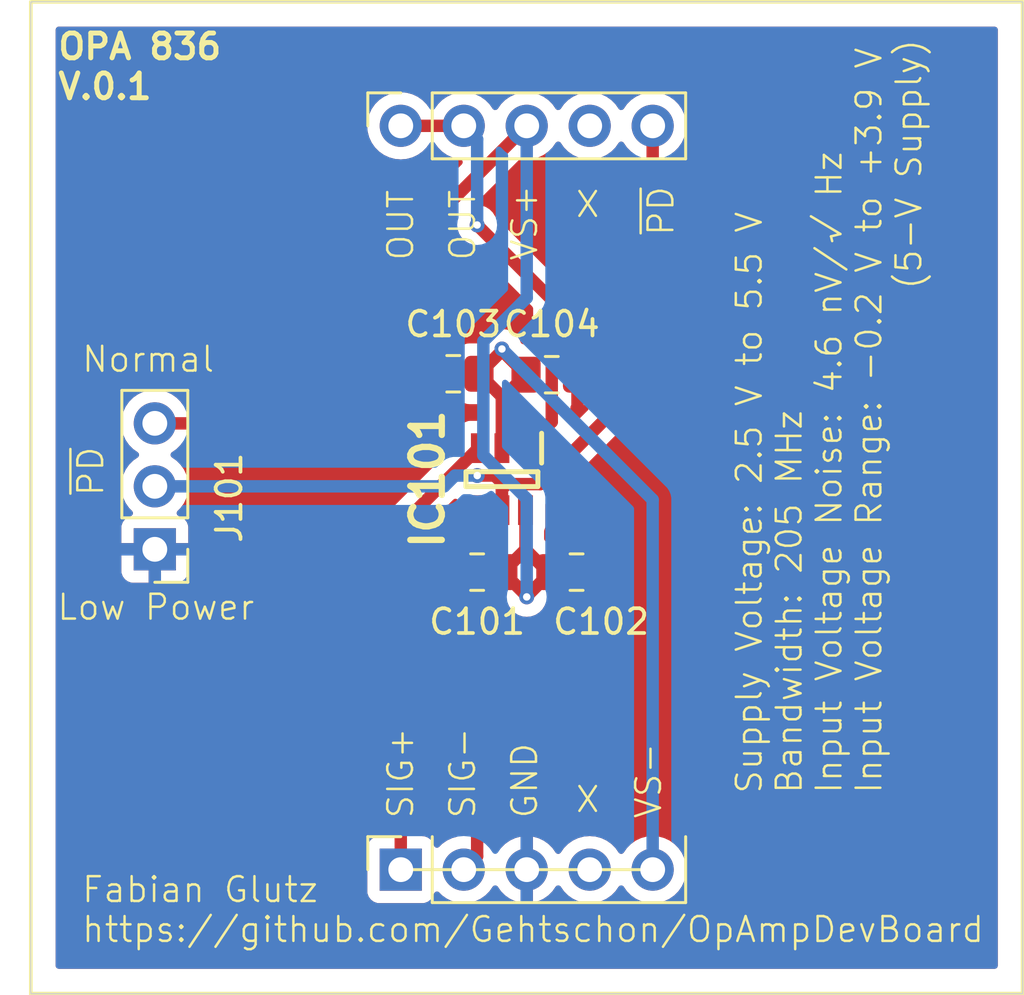
<source format=kicad_pcb>
(kicad_pcb (version 20240108) (generator "pcbnew") (generator_version "8.0")
  (layers (0 "F.Cu" signal) (31 "B.Cu" signal) (34 "B.Paste" user) (35 "F.Paste" user) (36 "B.SilkS" user "B.Silkscreen") (37 "F.SilkS" user "F.Silkscreen") (38 "B.Mask" user) (39 "F.Mask" user) (44 "Edge.Cuts" user))
  (net 0 "")
  (net 1 "GND")
  (net 2 "/VS+")
  (net 3 "/VS-")
  (net 4 "Net-(IC101-VIN-)")
  (net 5 "/OUT")
  (net 6 "/~{PD}")
  (net 7 "Net-(IC101-VIN+)")
  (footprint "Capacitor_SMD:C_0805_2012Metric_Pad1.18x1.45mm_HandSolder" (layer "F.Cu") (at 164 130)
    (property "Reference" "C101" (at 0 2 0) (layer "F.SilkS"))
    (property "Value" "2.2u")
    (fp_line (start -0.261252 -0.735) (end 0.261252 -0.735) (stroke (width 0.12)) (layer "F.SilkS"))
    (fp_line (start -0.261252 0.735) (end 0.261252 0.735) (stroke (width 0.12)) (layer "F.SilkS"))
    (pad "1" smd roundrect (at -1.0375 0) (size 1.175 1.45) (layers "F.Cu" "F.Paste" "F.Mask") (roundrect_rratio 0.212766) (net 1 "GND"))
    (pad "2" smd roundrect (at 1.0375 0) (size 1.175 1.45) (layers "F.Cu" "F.Paste" "F.Mask") (roundrect_rratio 0.212766) (net 2 "/VS+"))
  )
  (footprint "Capacitor_SMD:C_0805_2012Metric_Pad1.18x1.45mm_HandSolder" (layer "F.Cu") (at 168.01 130 180)
    (property "Reference" "C102" (at -0.99 -2 0) (layer "F.SilkS"))
    (property "Value" "0.1u")
    (fp_line (start -0.261252 0.735) (end 0.261252 0.735) (stroke (width 0.12)) (layer "F.SilkS"))
    (fp_line (start -0.261252 -0.735) (end 0.261252 -0.735) (stroke (width 0.12)) (layer "F.SilkS"))
    (pad "1" smd roundrect (at -1.0375 0 180) (size 1.175 1.45) (layers "F.Cu" "F.Paste" "F.Mask") (roundrect_rratio 0.212766) (net 1 "GND"))
    (pad "2" smd roundrect (at 1.0375 0 180) (size 1.175 1.45) (layers "F.Cu" "F.Paste" "F.Mask") (roundrect_rratio 0.212766) (net 2 "/VS+"))
  )
  (footprint "OpAmpDevBoard_Mouser:SOT95P280X145-6N" (layer "F.Cu") (at 165 126.25 -90)
    (property "Reference" "IC101" (at 0 3 90) (layer "F.SilkS") (effects (font (size 1.27 1.27) (thickness 0.254))))
    (property "Value" "OPA836IDBVT" (hide yes))
    (fp_line (start -0.3 1.45) (end -0.3 -1.45) (stroke (width 0.2)) (layer "F.SilkS"))
    (fp_line (start 0.3 1.45) (end -0.3 1.45) (stroke (width 0.2)) (layer "F.SilkS"))
    (fp_line (start -0.3 -1.45) (end 0.3 -1.45) (stroke (width 0.2)) (layer "F.SilkS"))
    (fp_line (start 0.3 -1.45) (end 0.3 1.45) (stroke (width 0.2)) (layer "F.SilkS"))
    (fp_line (start -1.85 -1.6) (end -0.65 -1.6) (stroke (width 0.2)) (layer "F.SilkS"))
    (pad "1" smd rect (at -1.25 -0.95) (size 0.6 1.2) (layers "F.Cu" "F.Paste" "F.Mask") (net 5 "/OUT"))
    (pad "2" smd rect (at -1.25 0) (size 0.6 1.2) (layers "F.Cu" "F.Paste" "F.Mask") (net 3 "/VS-"))
    (pad "3" smd rect (at -1.25 0.95) (size 0.6 1.2) (layers "F.Cu" "F.Paste" "F.Mask") (net 7 "Net-(IC101-VIN+)"))
    (pad "4" smd rect (at 1.25 0.95) (size 0.6 1.2) (layers "F.Cu" "F.Paste" "F.Mask") (net 4 "Net-(IC101-VIN-)"))
    (pad "5" smd rect (at 1.25 0) (size 0.6 1.2) (layers "F.Cu" "F.Paste" "F.Mask") (net 6 "/~{PD}"))
    (pad "6" smd rect (at 1.25 -0.95) (size 0.6 1.2) (layers "F.Cu" "F.Paste" "F.Mask") (net 2 "/VS+"))
  )
  (footprint "OpAmpDevBoard:OpAmpBoardConnector" (layer "F.Cu") (at 166 127 90)
    (property "Reference" "U101" (hide yes))
    (property "Value" "DoualOutOpAmpGeneric")
    (fp_line (start 16.33 -6.41) (end 16.33 -5.08) (stroke (width 0.12)) (layer "F.SilkS"))
    (fp_line (start 15 -6.41) (end 16.33 -6.41) (stroke (width 0.12)) (layer "F.SilkS"))
    (fp_line (start -13.67 -6.41) (end -13.67 -5.08) (stroke (width 0.12)) (layer "F.SilkS"))
    (fp_line (start -15 -6.41) (end -13.67 -6.41) (stroke (width 0.12)) (layer "F.SilkS"))
    (fp_line (start -15 -5.3) (end -15 4.92) (stroke (width 0.12)) (layer "F.SilkS"))
    (fp_line (start 16.33 -3.81) (end 16.33 6.41) (stroke (width 0.12)) (layer "F.SilkS"))
    (fp_line (start 13.67 -3.81) (end 16.33 -3.81) (stroke (width 0.12)) (layer "F.SilkS"))
    (fp_line (start 13.67 -3.81) (end 13.67 6.41) (stroke (width 0.12)) (layer "F.SilkS"))
    (fp_line (start -16.33 -3.81) (end -13.67 -3.81) (stroke (width 0.12)) (layer "F.SilkS"))
    (fp_line (start -16.33 -3.81) (end -16.33 6.41) (stroke (width 0.12)) (layer "F.SilkS"))
    (fp_line (start 13.67 6.41) (end 16.33 6.41) (stroke (width 0.12)) (layer "F.SilkS"))
    (fp_line (start -16.33 6.41) (end -13.67 6.41) (stroke (width 0.12)) (layer "F.SilkS"))
    (fp_rect (start -20 -20) (end 20 20) (stroke (width 0.15)) (fill none) (layer "F.SilkS"))
    (pad "1" thru_hole rect (at -15 -5.08 90) (size 1.7 1.7) (drill 1) (layers "*.Cu" "*.Mask") (net 7 "Net-(IC101-VIN+)"))
    (pad "2" thru_hole oval (at -15 -2.54 90) (size 1.7 1.7) (drill 1) (layers "*.Cu" "*.Mask") (net 4 "Net-(IC101-VIN-)"))
    (pad "3" thru_hole oval (at -15 0 90) (size 1.7 1.7) (drill 1) (layers "*.Cu" "*.Mask") (net 1 "GND"))
    (pad "4" thru_hole oval (at -15 2.54 90) (size 1.7 1.7) (drill 1) (layers "*.Cu" "*.Mask"))
    (pad "5" thru_hole oval (at -15 5.08 90) (size 1.7 1.7) (drill 1) (layers "*.Cu" "*.Mask") (net 3 "/VS-"))
    (pad "6" thru_hole oval (at 15 -5.08 90) (size 1.7 1.7) (drill 1) (layers "*.Cu" "*.Mask") (net 5 "/OUT"))
    (pad "7" thru_hole oval (at 15 -2.54 90) (size 1.7 1.7) (drill 1) (layers "*.Cu" "*.Mask") (net 5 "/OUT"))
    (pad "8" thru_hole oval (at 15 0 90) (size 1.7 1.7) (drill 1) (layers "*.Cu" "*.Mask") (net 2 "/VS+"))
    (pad "9" thru_hole oval (at 15 2.54 90) (size 1.7 1.7) (drill 1) (layers "*.Cu" "*.Mask"))
    (pad "10" thru_hole oval (at 15 5.08 90) (size 1.7 1.7) (drill 1) (layers "*.Cu" "*.Mask") (net 6 "/~{PD}"))
  )
  (footprint "Connector_PinHeader_2.54mm:PinHeader_1x03_P2.54mm_Vertical" (layer "F.Cu") (at 151 129.08 180)
    (property "Reference" "J101" (at -3 2.08 90) (layer "F.SilkS"))
    (property "Value" "Conn_01x03_Pin")
    (fp_line (start 1.33 1.27) (end 1.33 6.41) (stroke (width 0.12)) (layer "F.SilkS"))
    (fp_line (start -1.33 6.41) (end 1.33 6.41) (stroke (width 0.12)) (layer "F.SilkS"))
    (fp_line (start -1.33 1.27) (end 1.33 1.27) (stroke (width 0.12)) (layer "F.SilkS"))
    (fp_line (start -1.33 1.27) (end -1.33 6.41) (stroke (width 0.12)) (layer "F.SilkS"))
    (fp_line (start -1.33 0) (end -1.33 -1.33) (stroke (width 0.12)) (layer "F.SilkS"))
    (fp_line (start -1.33 -1.33) (end 0 -1.33) (stroke (width 0.12)) (layer "F.SilkS"))
    (pad "1" thru_hole rect (at 0 0 180) (size 1.7 1.7) (drill 1) (layers "*.Cu" "*.Mask") (net 1 "GND"))
    (pad "2" thru_hole oval (at 0 2.54 180) (size 1.7 1.7) (drill 1) (layers "*.Cu" "*.Mask") (net 6 "/~{PD}"))
    (pad "3" thru_hole oval (at 0 5.08 180) (size 1.7 1.7) (drill 1) (layers "*.Cu" "*.Mask") (net 2 "/VS+"))
  )
  (footprint "Capacitor_SMD:C_0805_2012Metric_Pad1.18x1.45mm_HandSolder" (layer "F.Cu") (at 167.01 122.0375)
    (property "Reference" "C104" (at 0 -2.0375 0) (layer "F.SilkS"))
    (property "Value" "0.1u")
    (fp_line (start -0.261252 -0.735) (end 0.261252 -0.735) (stroke (width 0.12)) (layer "F.SilkS"))
    (fp_line (start -0.261252 0.735) (end 0.261252 0.735) (stroke (width 0.12)) (layer "F.SilkS"))
    (pad "1" smd roundrect (at -1.0375 0) (size 1.175 1.45) (layers "F.Cu" "F.Paste" "F.Mask") (roundrect_rratio 0.212766) (net 3 "/VS-"))
    (pad "2" smd roundrect (at 1.0375 0) (size 1.175 1.45) (layers "F.Cu" "F.Paste" "F.Mask") (roundrect_rratio 0.212766) (net 1 "GND"))
  )
  (footprint "Capacitor_SMD:C_0805_2012Metric_Pad1.18x1.45mm_HandSolder" (layer "F.Cu") (at 163.0375 122 180)
    (property "Reference" "C103" (at 0 2 0) (layer "F.SilkS"))
    (property "Value" "2.2u")
    (fp_line (start -0.261252 0.735) (end 0.261252 0.735) (stroke (width 0.12)) (layer "F.SilkS"))
    (fp_line (start -0.261252 -0.735) (end 0.261252 -0.735) (stroke (width 0.12)) (layer "F.SilkS"))
    (pad "1" smd roundrect (at -1.0375 0 180) (size 1.175 1.45) (layers "F.Cu" "F.Paste" "F.Mask") (roundrect_rratio 0.212766) (net 3 "/VS-"))
    (pad "2" smd roundrect (at 1.0375 0 180) (size 1.175 1.45) (layers "F.Cu" "F.Paste" "F.Mask") (roundrect_rratio 0.212766) (net 1 "GND"))
  )
  (gr_rect (start 146 107) (end 186 147) (stroke (width 0.05)) (fill none) (layer "Edge.Cuts"))
  (gr_text "Supply Voltage: 2.5 V to 5.5 V\nBandwidth: 205 MHz\nInput Voltage Noise: 4.6 nV/√ Hz\nInput Voltage Range: -0.2 V to +3.9 V \n				      (5-V Supply)\n" (at 182 139 90) (layer "F.SilkS") (effects (font (size 1 1) (thickness 0.1)) (justify left bottom)))
  (gr_text "VS+" (at 166.5 117.5 90) (layer "F.SilkS") (effects (font (size 1 1) (thickness 0.1)) (justify left bottom)))
  (gr_text "SIG-" (at 164 140 90) (layer "F.SilkS") (effects (font (size 1 1) (thickness 0.1)) (justify left bottom)))
  (gr_text "X" (at 169 114.5 180) (layer "F.SilkS") (effects (font (size 1 1) (thickness 0.1)) (justify left bottom)))
  (gr_text "~{PD}" (at 172 116.5 90) (layer "F.SilkS") (effects (font (size 1 1) (thickness 0.1)) (justify left bottom)))
  (gr_text "OUT" (at 161.5 117.5 90) (layer "F.SilkS") (effects (font (size 1 1) (thickness 0.1)) (justify left bottom)))
  (gr_text "Low Power" (at 147 132 0) (layer "F.SilkS") (effects (font (size 1 1) (thickness 0.1)) (justify left bottom)))
  (gr_text "GND" (at 166.5 140 90) (layer "F.SilkS") (effects (font (size 1 1) (thickness 0.1)) (justify left bottom)))
  (gr_text "OUT" (at 164 117.5 90) (layer "F.SilkS") (effects (font (size 1 1) (thickness 0.1)) (justify left bottom)))
  (gr_text "Fabian Glutz\nhttps://github.com/Gehtschon/OpAmpDevBoard" (at 148 145 0) (layer "F.SilkS") (effects (font (size 1 1) (thickness 0.1)) (justify left bottom)))
  (gr_text "Normal" (at 148 122 0) (layer "F.SilkS") (effects (font (size 1 1) (thickness 0.1)) (justify left bottom)))
  (gr_text "SIG+" (at 161.5 140 90) (layer "F.SilkS") (effects (font (size 1 1) (thickness 0.1)) (justify left bottom)))
  (gr_text "VS-" (at 171.5 140 90) (layer "F.SilkS") (effects (font (size 1 1) (thickness 0.1)) (justify left bottom)))
  (gr_text "X" (at 169 138.5 180) (layer "F.SilkS") (effects (font (size 1 1) (thickness 0.1)) (justify left bottom)))
  (gr_text "~{PD}" (at 149 127 90) (layer "F.SilkS") (effects (font (size 1 1) (thickness 0.1)) (justify left bottom)))
  (gr_text "OPA 836\nV.0.1" (at 147 111 0) (layer "F.SilkS") (effects (font (size 1 1) (thickness 0.2) (bold yes)) (justify left bottom)))
  (segment (start 166.9725 130) (end 166.8625 130) (width 0.5) (layer "F.Cu") (net 2))
  (segment (start 166 131) (end 166 130.9725) (width 0.5) (layer "F.Cu") (net 2))
  (segment (start 151 124) (end 154 124) (width 0.5) (layer "F.Cu") (net 2))
  (segment (start 166.8625 130) (end 165.95 129.0875) (width 0.5) (layer "F.Cu") (net 2))
  (segment (start 166 130.9625) (end 165.0375 130) (width 0.5) (layer "F.Cu") (net 2))
  (segment (start 165.95 129.0875) (end 165.0375 130) (width 0.5) (layer "F.Cu") (net 2))
  (segment (start 166 131) (end 166 130.9625) (width 0.5) (layer "F.Cu") (net 2))
  (segment (start 165.95 127.5) (end 165.95 129.0875) (width 0.5) (layer "F.Cu") (net 2))
  (segment (start 166 130.9725) (end 166.9725 130) (width 0.5) (layer "F.Cu") (net 2))
  (segment (start 154 124) (end 166 112) (width 0.5) (layer "F.Cu") (net 2))
  (via (at 166 131) (size 0.6) (drill 0.3) (layers "F.Cu" "B.Cu") (net 2))
  (segment (start 166 127.039341) (end 166 131) (width 0.5) (layer "B.Cu") (net 2))
  (segment (start 166 118.939339) (end 164.25 120.689339) (width 0.5) (layer "B.Cu") (net 2))
  (segment (start 164.25 125.289341) (end 166 127.039341) (width 0.5) (layer "B.Cu") (net 2))
  (segment (start 166 112) (end 166 118.939339) (width 0.5) (layer "B.Cu") (net 2))
  (segment (start 164.25 120.689339) (end 164.25 125.289341) (width 0.5) (layer "B.Cu") (net 2))
  (segment (start 165 121.075) (end 164.075 122) (width 0.5) (layer "F.Cu") (net 3))
  (segment (start 165 125) (end 165 123.01) (width 0.5) (layer "F.Cu") (net 3))
  (segment (start 165 121) (end 165 121.065) (width 0.5) (layer "F.Cu") (net 3))
  (segment (start 165 121) (end 165 121.075) (width 0.5) (layer "F.Cu") (net 3))
  (segment (start 165 121.065) (end 165.9725 122.0375) (width 0.5) (layer "F.Cu") (net 3))
  (segment (start 165 123.01) (end 165.9725 122.0375) (width 0.5) (layer "F.Cu") (net 3))
  (segment (start 165 125) (end 165 122.925) (width 0.5) (layer "F.Cu") (net 3))
  (segment (start 165 122.925) (end 164.075 122) (width 0.5) (layer "F.Cu") (net 3))
  (via (at 165 121) (size 0.6) (drill 0.3) (layers "F.Cu" "B.Cu") (net 3))
  (segment (start 171.08 127.08) (end 165 121) (width 0.5) (layer "B.Cu") (net 3))
  (segment (start 171.08 142) (end 171.08 127.08) (width 0.5) (layer "B.Cu") (net 3))
  (segment (start 164 141.46) (end 163.46 142) (width 0.5) (layer "F.Cu") (net 4))
  (segment (start 164.05 127.5) (end 164 127.55) (width 0.5) (layer "F.Cu") (net 4))
  (segment (start 164 127.55) (end 164 141.46) (width 0.5) (layer "F.Cu") (net 4))
  (segment (start 163.46 112) (end 160.92 112) (width 0.5) (layer "F.Cu") (net 5))
  (segment (start 167.01 123.94) (end 167.01 119.01) (width 0.5) (layer "F.Cu") (net 5))
  (segment (start 165.95 125) (end 167.01 123.94) (width 0.5) (layer "F.Cu") (net 5))
  (segment (start 167.01 119.01) (end 164 116) (width 0.5) (layer "F.Cu") (net 5))
  (via (at 164 116) (size 0.6) (drill 0.3) (layers "F.Cu" "B.Cu") (net 5))
  (segment (start 164 116) (end 164 112.54) (width 0.5) (layer "B.Cu") (net 5))
  (segment (start 164 112.54) (end 163.46 112) (width 0.5) (layer "B.Cu") (net 5))
  (segment (start 171.08 112) (end 171.08 121.92) (width 0.5) (layer "F.Cu") (net 6))
  (segment (start 166.55 126.45) (end 165.2 126.45) (width 0.5) (layer "F.Cu") (net 6))
  (segment (start 165 127.5) (end 165 126.4) (width 0.5) (layer "F.Cu") (net 6))
  (segment (start 165 126.65) (end 165 127.5) (width 0.5) (layer "F.Cu") (net 6))
  (segment (start 171.08 121.92) (end 166.55 126.45) (width 0.5) (layer "F.Cu") (net 6))
  (segment (start 165 126.4) (end 164.705332 126.105332) (width 0.5) (layer "F.Cu") (net 6))
  (segment (start 164.705332 126.105332) (end 164.00533 126.105332) (width 0.5) (layer "F.Cu") (net 6))
  (segment (start 165.2 126.45) (end 165 126.65) (width 0.5) (layer "F.Cu") (net 6))
  (via (at 164.00533 126.105332) (size 0.6) (drill 0.3) (layers "F.Cu" "B.Cu") (net 6))
  (segment (start 162.670664 126.54) (end 151 126.54) (width 0.5) (layer "B.Cu") (net 6))
  (segment (start 164.00533 126.105332) (end 163.105332 126.105332) (width 0.5) (layer "B.Cu") (net 6))
  (segment (start 163.105332 126.105332) (end 162.670664 126.54) (width 0.5) (layer "B.Cu") (net 6))
  (segment (start 160.92 142) (end 160.92 128.13) (width 0.5) (layer "F.Cu") (net 7))
  (segment (start 160.92 128.13) (end 164.05 125) (width 0.5) (layer "F.Cu") (net 7))
  (zone (net 1) (net_name "GND") (layers "F&B.Cu") (connect_pads (clearance 0.5)) (min_thickness 0.25) (fill yes (thermal_gap 0.5) (thermal_bridge_width 0.5))
    (polygon (pts (xy 147 108) (xy 185 108) (xy 185 146) (xy 147 146)))
  )
)
</source>
